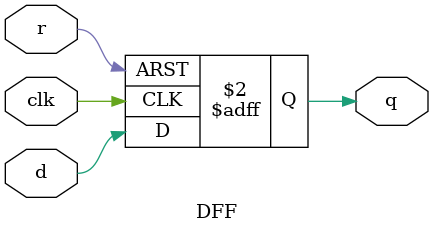
<source format=v>
`timescale 1ns / 1ps

module DFF(clk,r,q,d);

input clk;
input r;
input d;
output reg q;

//running a loop that checks conditions on very negative edge of clock or positive edge of reset
always @ (negedge clk or posedge r)
begin

//if the reset is true then we initialize q to 0 otherwise it is equal to the input d
if (r)
begin
q<=1'b0;
end
else
begin
q<=d;
end

end

endmodule

</source>
